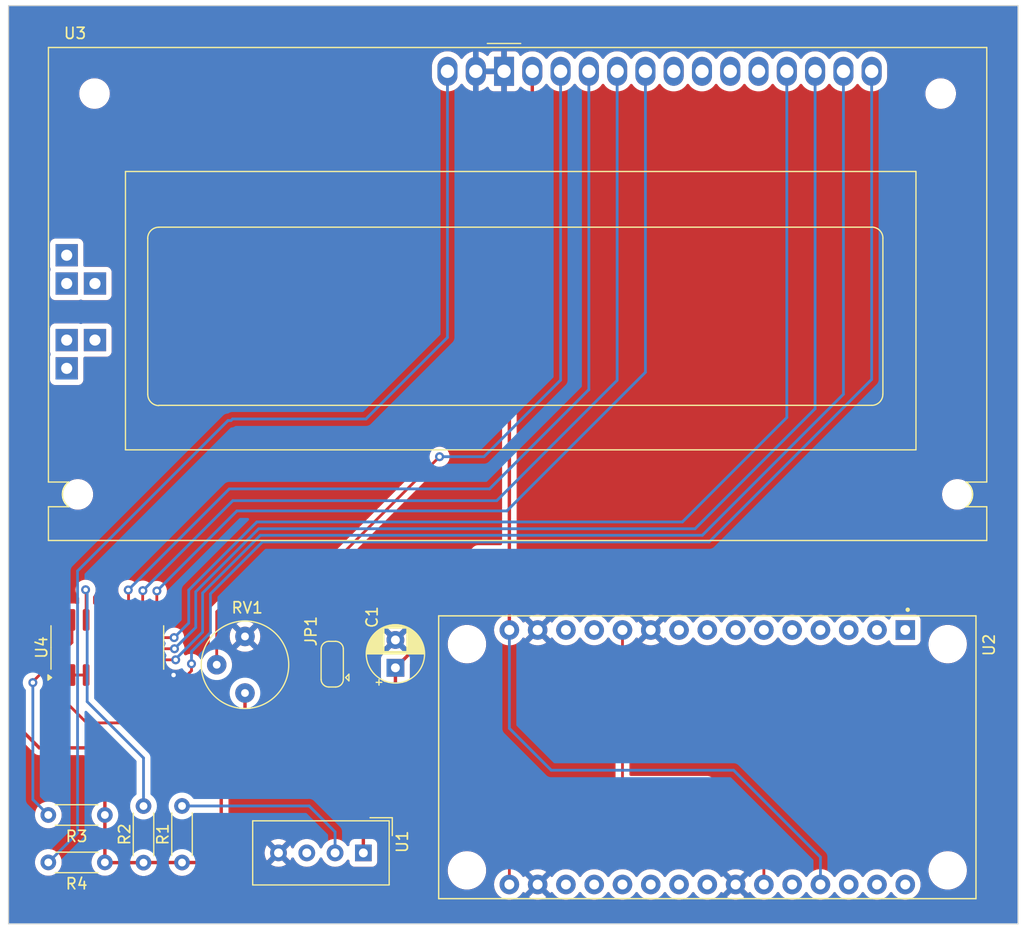
<source format=kicad_pcb>
(kicad_pcb (version 20240108) (generator "pcbnew") (generator_version "8.0")
  (layers (0 "F.Cu" signal) (31 "B.Cu" signal) (34 "B.Paste" user) (35 "F.Paste" user) (36 "B.SilkS" user "B.Silkscreen") (37 "F.SilkS" user "F.Silkscreen") (38 "B.Mask" user) (39 "F.Mask" user) (44 "Edge.Cuts" user))
  (net 0 "")
  (net 1 "Net-(U1-DATA)")
  (net 2 "+5V")
  (net 3 "GND")
  (net 13 "Net-(JP1-C)")
  (net 14 "Net-(U2-3V3-Pad11)")
  (net 27 "Net-(U4-SCL)")
  (net 28 "Net-(U4-SDA)")
  (net 29 "Net-(U3-A{slash}VEE)")
  (net 30 "Net-(U3-VO)")
  (net 32 "Net-(U3-DB6)")
  (net 33 "Net-(U3-RS)")
  (net 35 "Net-(U3-DB7)")
  (net 36 "Net-(U3-DB5)")
  (net 37 "Net-(U3-DB4)")
  (net 38 "Net-(U3-R{slash}W)")
  (net 42 "Net-(U3-E)")
  (footprint "ZC563900:MODULE_ZC563900" (layer "F.Cu") (at 165.72 123.145 -90)
    (property "Reference" "U2" (at -10.085 -25.31 90) (layer "F.SilkS"))
    (property "Value" "ZC563900")
    (fp_line (start -12.7 24.13) (end 12.7 24.13) (stroke (width 0.127)) (layer "F.SilkS"))
    (fp_line (start -12.7 24.13) (end -12.7 -24.13) (stroke (width 0.127)) (layer "F.SilkS"))
    (fp_line (start -12.7 -24.13) (end 12.7 -24.13) (stroke (width 0.127)) (layer "F.SilkS"))
    (fp_line (start 12.7 -24.13) (end 12.7 24.13) (stroke (width 0.127)) (layer "F.SilkS"))
    (fp_circle (center -13.25 -18) (end -13.15 -18) (stroke (width 0.2)) (fill none) (layer "F.SilkS"))
    (pad "" np_thru_hole circle (at -10.16 -21.59 270) (size 3.2 3.2) (drill 3.2) (layers "*.Cu" "*.Mask"))
    (pad "" np_thru_hole circle (at -10.16 21.59 270) (size 3.2 3.2) (drill 3.2) (layers "*.Cu" "*.Mask"))
    (pad "" np_thru_hole circle (at 10.16 -21.59 270) (size 3.2 3.2) (drill 3.2) (layers "*.Cu" "*.Mask"))
    (pad "" np_thru_hole circle (at 10.16 21.59 270) (size 3.2 3.2) (drill 3.2) (layers "*.Cu" "*.Mask"))
    (pad "1" thru_hole rect (at -11.43 -17.78 270) (size 1.7526 1.7526) (drill 0.889) (layers "*.Cu" "*.Mask"))
    (pad "2" thru_hole circle (at -11.43 -15.24 270) (size 1.7526 1.7526) (drill 0.889) (layers "*.Cu" "*.Mask"))
    (pad "3" thru_hole circle (at -11.43 -12.7 270) (size 1.7526 1.7526) (drill 0.889) (layers "*.Cu" "*.Mask"))
    (pad "4" thru_hole circle (at -11.43 -10.16 270) (size 1.7526 1.7526) (drill 0.889) (layers "*.Cu" "*.Mask"))
    (pad "5" thru_hole circle (at -11.43 -7.62 270) (size 1.7526 1.7526) (drill 0.889) (layers "*.Cu" "*.Mask"))
    (pad "6" thru_hole circle (at -11.43 -5.08 270) (size 1.7526 1.7526) (drill 0.889) (layers "*.Cu" "*.Mask"))
    (pad "7" thru_hole circle (at -11.43 -2.54 270) (size 1.7526 1.7526) (drill 0.889) (layers "*.Cu" "*.Mask"))
    (pad "8" thru_hole circle (at -11.43 0 270) (size 1.7526 1.7526) (drill 0.889) (layers "*.Cu" "*.Mask"))
    (pad "9" thru_hole circle (at -11.43 2.54 270) (size 1.7526 1.7526) (drill 0.889) (layers "*.Cu" "*.Mask"))
    (pad "10" thru_hole circle (at -11.43 5.08 270) (size 1.7526 1.7526) (drill 0.889) (layers "*.Cu" "*.Mask") (net 3 "GND"))
    (pad "11" thru_hole circle (at -11.43 7.62 270) (size 1.7526 1.7526) (drill 0.889) (layers "*.Cu" "*.Mask") (net 14 "Net-(U2-3V3-Pad11)"))
    (pad "12" thru_hole circle (at -11.43 10.16 270) (size 1.7526 1.7526) (drill 0.889) (layers "*.Cu" "*.Mask"))
    (pad "13" thru_hole circle (at -11.43 12.7 270) (size 1.7526 1.7526) (drill 0.889) (layers "*.Cu" "*.Mask"))
    (pad "14" thru_hole circle (at -11.43 15.24 270) (size 1.7526 1.7526) (drill 0.889) (layers "*.Cu" "*.Mask") (net 3 "GND"))
    (pad "15" thru_hole circle (at -11.43 17.78 270) (size 1.7526 1.7526) (drill 0.889) (layers "*.Cu" "*.Mask") (net 2 "+5V"))
    (pad "16" thru_hole circle (at 11.43 17.78 270) (size 1.7526 1.7526) (drill 0.889) (layers "*.Cu" "*.Mask") (net 14 "Net-(U2-3V3-Pad11)"))
    (pad "17" thru_hole circle (at 11.43 15.24 270) (size 1.7526 1.7526) (drill 0.889) (layers "*.Cu" "*.Mask") (net 3 "GND"))
    (pad "18" thru_hole circle (at 11.43 12.7 270) (size 1.7526 1.7526) (drill 0.889) (layers "*.Cu" "*.Mask"))
    (pad "19" thru_hole circle (at 11.43 10.16 270) (size 1.7526 1.7526) (drill 0.889) (layers "*.Cu" "*.Mask"))
    (pad "20" thru_hole circle (at 11.43 7.62 270) (size 1.7526 1.7526) (drill 0.889) (layers "*.Cu" "*.Mask"))
    (pad "21" thru_hole circle (at 11.43 5.08 270) (size 1.7526 1.7526) (drill 0.889) (layers "*.Cu" "*.Mask"))
    (pad "22" thru_hole circle (at 11.43 2.54 270) (size 1.7526 1.7526) (drill 0.889) (layers "*.Cu" "*.Mask"))
    (pad "23" thru_hole circle (at 11.43 0 270) (size 1.7526 1.7526) (drill 0.889) (layers "*.Cu" "*.Mask"))
    (pad "24" thru_hole circle (at 11.43 -2.54 270) (size 1.7526 1.7526) (drill 0.889) (layers "*.Cu" "*.Mask") (net 3 "GND"))
    (pad "25" thru_hole circle (at 11.43 -5.08 270) (size 1.7526 1.7526) (drill 0.889) (layers "*.Cu" "*.Mask") (net 14 "Net-(U2-3V3-Pad11)"))
    (pad "26" thru_hole circle (at 11.43 -7.62 270) (size 1.7526 1.7526) (drill 0.889) (layers "*.Cu" "*.Mask"))
    (pad "27" thru_hole circle (at 11.43 -10.16 270) (size 1.7526 1.7526) (drill 0.889) (layers "*.Cu" "*.Mask") (net 2 "+5V"))
    (pad "28" thru_hole circle (at 11.43 -12.7 270) (size 1.7526 1.7526) (drill 0.889) (layers "*.Cu" "*.Mask"))
    (pad "29" thru_hole circle (at 11.43 -15.24 270) (size 1.7526 1.7526) (drill 0.889) (layers "*.Cu" "*.Mask"))
    (pad "30" thru_hole circle (at 11.43 -17.78 270) (size 1.7526 1.7526) (drill 0.889) (layers "*.Cu" "*.Mask"))
  )
  (footprint "Capacitor_THT:CP_Radial_D5.0mm_P2.50mm" (layer "F.Cu") (at 137.705 115.11 90)
    (property "Reference" "C1" (at 4.55 -2.1 270) (layer "F.SilkS"))
    (property "Value" "100nF")
    (fp_line (start 1.29 -2.58) (end 1.29 2.58) (stroke (width 0.12)) (layer "F.SilkS"))
    (fp_line (start 1.25 -2.58) (end 1.25 2.58) (stroke (width 0.12)) (layer "F.SilkS"))
    (fp_line (start 1.33 -2.579) (end 1.33 2.579) (stroke (width 0.12)) (layer "F.SilkS"))
    (fp_line (start 1.37 -2.578) (end 1.37 2.578) (stroke (width 0.12)) (layer "F.SilkS"))
    (fp_line (start 1.41 -2.576) (end 1.41 2.576) (stroke (width 0.12)) (layer "F.SilkS"))
    (fp_line (start 1.45 -2.573) (end 1.45 2.573) (stroke (width 0.12)) (layer "F.SilkS"))
    (fp_line (start 1.49 -2.569) (end 1.49 -1.04) (stroke (width 0.12)) (layer "F.SilkS"))
    (fp_line (start 1.53 -2.565) (end 1.53 -1.04) (stroke (width 0.12)) (layer "F.SilkS"))
    (fp_line (start 1.57 -2.561) (end 1.57 -1.04) (stroke (width 0.12)) (layer "F.SilkS"))
    (fp_line (start 1.61 -2.556) (end 1.61 -1.04) (stroke (width 0.12)) (layer "F.SilkS"))
    (fp_line (start 1.65 -2.55) (end 1.65 -1.04) (stroke (width 0.12)) (layer "F.SilkS"))
    (fp_line (start 1.69 -2.543) (end 1.69 -1.04) (stroke (width 0.12)) (layer "F.SilkS"))
    (fp_line (start 1.73 -2.536) (end 1.73 -1.04) (stroke (width 0.12)) (layer "F.SilkS"))
    (fp_line (start 1.77 -2.528) (end 1.77 -1.04) (stroke (width 0.12)) (layer "F.SilkS"))
    (fp_line (start 1.81 -2.52) (end 1.81 -1.04) (stroke (width 0.12)) (layer "F.SilkS"))
    (fp_line (start 1.85 -2.511) (end 1.85 -1.04) (stroke (width 0.12)) (layer "F.SilkS"))
    (fp_line (start 1.89 -2.501) (end 1.89 -1.04) (stroke (width 0.12)) (layer "F.SilkS"))
    (fp_line (start 1.93 -2.491) (end 1.93 -1.04) (stroke (width 0.12)) (layer "F.SilkS"))
    (fp_line (start 1.971 -2.48) (end 1.971 -1.04) (stroke (width 0.12)) (layer "F.SilkS"))
    (fp_line (start 2.011 -2.468) (end 2.011 -1.04) (stroke (width 0.12)) (layer "F.SilkS"))
    (fp_line (start 2.051 -2.455) (end 2.051 -1.04) (stroke (width 0.12)) (layer "F.SilkS"))
    (fp_line (start 2.091 -2.442) (end 2.091 -1.04) (stroke (width 0.12)) (layer "F.SilkS"))
    (fp_line (start 2.131 -2.428) (end 2.131 -1.04) (stroke (width 0.12)) (layer "F.SilkS"))
    (fp_line (start 2.171 -2.414) (end 2.171 -1.04) (stroke (width 0.12)) (layer "F.SilkS"))
    (fp_line (start 2.211 -2.398) (end 2.211 -1.04) (stroke (width 0.12)) (layer "F.SilkS"))
    (fp_line (start 2.251 -2.382) (end 2.251 -1.04) (stroke (width 0.12)) (layer "F.SilkS"))
    (fp_line (start 2.291 -2.365) (end 2.291 -1.04) (stroke (width 0.12)) (layer "F.SilkS"))
    (fp_line (start 2.331 -2.348) (end 2.331 -1.04) (stroke (width 0.12)) (layer "F.SilkS"))
    (fp_line (start 2.371 -2.329) (end 2.371 -1.04) (stroke (width 0.12)) (layer "F.SilkS"))
    (fp_line (start 2.411 -2.31) (end 2.411 -1.04) (stroke (width 0.12)) (layer "F.SilkS"))
    (fp_line (start 2.451 -2.29) (end 2.451 -1.04) (stroke (width 0.12)) (layer "F.SilkS"))
    (fp_line (start 2.491 -2.268) (end 2.491 -1.04) (stroke (width 0.12)) (layer "F.SilkS"))
    (fp_line (start 2.531 -2.247) (end 2.531 -1.04) (stroke (width 0.12)) (layer "F.SilkS"))
    (fp_line (start 2.571 -2.224) (end 2.571 -1.04) (stroke (width 0.12)) (layer "F.SilkS"))
    (fp_line (start 2.611 -2.2) (end 2.611 -1.04) (stroke (width 0.12)) (layer "F.SilkS"))
    (fp_line (start 2.651 -2.175) (end 2.651 -1.04) (stroke (width 0.12)) (layer "F.SilkS"))
    (fp_line (start 2.691 -2.149) (end 2.691 -1.04) (stroke (width 0.12)) (layer "F.SilkS"))
    (fp_line (start 2.731 -2.122) (end 2.731 -1.04) (stroke (width 0.12)) (layer "F.SilkS"))
    (fp_line (start 2.771 -2.095) (end 2.771 -1.04) (stroke (width 0.12)) (layer "F.SilkS"))
    (fp_line (start 2.811 -2.065) (end 2.811 -1.04) (stroke (width 0.12)) (layer "F.SilkS"))
    (fp_line (start 2.851 -2.035) (end 2.851 -1.04) (stroke (width 0.12)) (layer "F.SilkS"))
    (fp_line (start 2.891 -2.004) (end 2.891 -1.04) (stroke (width 0.12)) (layer "F.SilkS"))
    (fp_line (start 2.931 -1.971) (end 2.931 -1.04) (stroke (width 0.12)) (layer "F.SilkS"))
    (fp_line (start 2.971 -1.937) (end 2.971 -1.04) (stroke (width 0.12)) (layer "F.SilkS"))
    (fp_line (start 3.011 -1.901) (end 3.011 -1.04) (stroke (width 0.12)) (layer "F.SilkS"))
    (fp_line (start 3.051 -1.864) (end 3.051 -1.04) (stroke (width 0.12)) (layer "F.SilkS"))
    (fp_line (start 3.091 -1.826) (end 3.091 -1.04) (stroke (width 0.12)) (layer "F.SilkS"))
    (fp_line (start 3.131 -1.785) (end 3.131 -1.04) (stroke (width 0.12)) (layer "F.SilkS"))
    (fp_line (start 3.171 -1.743) (end 3.171 -1.04) (stroke (width 0.12)) (layer "F.SilkS"))
    (fp_line (start -1.304775 -1.725) (end -1.304775 -1.225) (stroke (width 0.12)) (layer "F.SilkS"))
    (fp_line (start 3.211 -1.699) (end 3.211 -1.04) (stroke (width 0.12)) (layer "F.SilkS"))
    (fp_line (start 3.251 -1.653) (end 3.251 -1.04) (stroke (width 0.12)) (layer "F.SilkS"))
    (fp_line (start 3.291 -1.605) (end 3.291 -1.04) (stroke (width 0.12)) (layer "F.SilkS"))
    (fp_line (start 3.331 -1.554) (end 3.331 -1.04) (stroke (width 0.12)) (layer "F.SilkS"))
    (fp_line (start 3.371 -1.5) (end 3.371 -1.04) (stroke (width 0.12)) (layer "F.SilkS"))
    (fp_line (start -1.554775 -1.475) (end -1.054775 -1.475) (stroke (width 0.12)) (layer "F.SilkS"))
    (fp_line (start 3.411 -1.443) (end 3.411 -1.04) (stroke (width 0.12)) (layer "F.SilkS"))
    (fp_line (start 3.451 -1.383) (end 3.451 -1.04) (stroke (width 0.12)) (layer "F.SilkS"))
    (fp_line (start 3.491 -1.319) (end 3.491 -1.04) (stroke (width 0.12)) (layer "F.SilkS"))
    (fp_line (start 3.531 -1.251) (end 3.531 -1.04) (stroke (width 0.12)) (layer "F.SilkS"))
    (fp_line (start 3.571 -1.178) (end 3.571 1.178) (stroke (width 0.12)) (layer "F.SilkS"))
    (fp_line (start 3.611 -1.098) (end 3.611 1.098) (stroke (width 0.12)) (layer "F.SilkS"))
    (fp_line (start 3.651 -1.011) (end 3.651 1.011) (stroke (width 0.12)) (layer "F.SilkS"))
    (fp_line (start 3.691 -0.915) (end 3.691 0.915) (stroke (width 0.12)) (layer "F.SilkS"))
    (fp_line (start 3.731 -0.805) (end 3.731 0.805) (stroke (width 0.12)) (layer "F.SilkS"))
    (fp_line (start 3.771 -0.677) (end 3.771 0.677) (stroke (width 0.12)) (layer "F.SilkS"))
    (fp_line (start 3.811 -0.518) (end 3.811 0.518) (stroke (width 0.12)) (layer "F.SilkS"))
    (fp_line (start 3.851 -0.284) (end 3.851 0.284) (stroke (width 0.12)) (layer "F.SilkS"))
    (fp_line (start 3.531 1.04) (end 3.531 1.251) (stroke (width 0.12)) (layer "F.SilkS"))
    (fp_line (start 3.491 1.04) (end 3.491 1.319) (stroke (width 0.12)) (layer "F.SilkS"))
    (fp_line (start 3.451 1.04) (end 3.451 1.383) (stroke (width 0.12)) (layer "F.SilkS"))
    (fp_line (start 3.411 1.04) (end 3.411 1.443) (stroke (width 0.12)) (layer "F.SilkS"))
    (fp_line (start 3.371 1.04) (end 3.371 1.5) (stroke (width 0.12)) (layer "F.SilkS"))
    (fp_line (start 3.331 1.04) (end 3.331 1.554) (stroke (width 0.12)) (layer "F.SilkS"))
    (fp_line (start 3.291 1.04) (end 3.291 1.605) (stroke (width 0.12)) (layer "F.SilkS"))
    (fp_line (start 3.251 1.04) (end 3.251 1.653) (stroke (width 0.12)) (layer "F.SilkS"))
    (fp_line (start 3.211 1.04) (end 3.211 1.699) (stroke (width 0.12)) (layer "F.SilkS"))
    (fp_line (start 3.171 1.04) (end 3.171 1.743) (stroke (width 0.12)) (layer "F.SilkS"))
    (fp_line (start 3.131 1.04) (end 3.131 1.785) (stroke (width 0.12)) (layer "F.SilkS"))
    (fp_line (start 3.091 1.04) (end 3.091 1.826) (stroke (width 0.12)) (layer "F.SilkS"))
    (fp_line (start 3.051 1.04) (end 3.051 1.864) (stroke (width 0.12)) (layer "F.SilkS"))
    (fp_line (start 3.011 1.04) (end 3.011 1.901) (stroke (width 0.12)) (layer "F.SilkS"))
    (fp_line (start 2.971 1.04) (end 2.971 1.937) (stroke (width 0.12)) (layer "F.SilkS"))
    (fp_line (start 2.931 1.04) (end 2.931 1.971) (stroke (width 0.12)) (layer "F.SilkS"))
    (fp_line (start 2.891 1.04) (end 2.891 2.004) (stroke (width 0.12)) (layer "F.SilkS"))
    (fp_line (start 2.851 1.04) (end 2.851 2.035) (stroke (width 0.12)) (layer "F.SilkS"))
    (fp_line (start 2.811 1.04) (end 2.811 2.065) (stroke (width 0.12)) (layer "F.SilkS"))
    (fp_line (start 2.771 1.04) (end 2.771 2.095) (stroke (width 0.12)) (layer "F.SilkS"))
    (fp_line (start 2.731 1.04) (end 2.731 2.122) (stroke (width 0.12)) (layer "F.SilkS"))
    (fp_line (start 2.691 1.04) (end 2.691 2.149) (stroke (width 0.12)) (layer "F.SilkS"))
    (fp_line (start 2.651 1.04) (end 2.651 2.175) (stroke (width 0.12)) (layer "F.SilkS"))
    (fp_line (start 2.611 1.04) (end 2.611 2.2) (stroke (width 0.12)) (layer "F.SilkS"))
    (fp_line (start 2.571 1.04) (end 2.571 2.224) (stroke (width 0.12)) (layer "F.SilkS"))
    (fp_line (start 2.531 1.04) (end 2.531 2.247) (stroke (width 0.12)) (layer "F.SilkS"))
    (fp_line (start 2.491 1.04) (end 2.491 2.268) (stroke (width 0.12)) (layer "F.SilkS"))
    (fp_line (start 2.451 1.04) (end 2.451 2.29) (stroke (width 0.12)) (layer "F.SilkS"))
    (fp_line (start 2.411 1.04) (end 2.411 2.31) (stroke (width 0.12)) (layer "F.SilkS"))
    (fp_line (start 2.371 1.04) (end 2.371 2.329) (stroke (width 0.12)) (layer "F.SilkS"))
    (fp_line (start 2.331 1.04) (end 2.331 2.348) (stroke (width 0.12)) (layer "F.SilkS"))
    (fp_line (start 2.291 1.04) (end 2.291 2.365) (stroke (width 0.12)) (layer "F.SilkS"))
    (fp_line (start 2.251 1.04) (end 2.251 2.382) (stroke (width 0.12)) (layer "F.SilkS"))
    (fp_line (start 2.211 1.04) (end 2.211 2.398) (stroke (width 0.12)) (layer "F.SilkS"))
    (fp_line (start 2.171 1.04) (end 2.171 2.414) (stroke (width 0.12)) (layer "F.SilkS"))
    (fp_line (start 2.131 1.04) (end 2.131 2.428) (stroke (width 0.12)) (layer "F.SilkS"))
    (fp_line (start 2.091 1.04) (end 2.091 2.442) (stroke (width 0.12)) (layer "F.SilkS"))
    (fp_line (start 2.051 1.04) (end 2.051 2.455) (stroke (width 0.12)) (layer "F.SilkS"))
    (fp_line (start 2.011 1.04) (end 2.011 2.468) (stroke (width 0.12)) (layer "F.SilkS"))
    (fp_line (start 1.971 1.04) (end 1.971 2.48) (stroke (width 0.12)) (layer "F.SilkS"))
    (fp_line (start 1.93 1.04) (end 1.93 2.491) (stroke (width 0.12)) (layer "F.SilkS"))
    (fp_line (start 1.89 1.04) (end 1.89 2.501) (stroke (width 0.12)) (layer "F.SilkS"))
    (fp_line (start 1.85 1.04) (end 1.85 2.511) (stroke (width 0.12)) (layer "F.SilkS"))
    (fp_line (start 1.81 1.04) (end 1.81 2.52) (stroke (width 0.12)) (layer "F.SilkS"))
    (fp_line (start 1.77 1.04) (end 1.77 2.528) (stroke (width 0.12)) (layer "F.SilkS"))
    (fp_line (start 1.73 1.04) (end 1.73 2.536) (stroke (width 0.12)) (layer "F.SilkS"))
    (fp_line (start 1.69 1.04) (end 1.69 2.543) (stroke (width 0.12)) (layer "F.SilkS"))
    (fp_line (start 1.65 1.04) (end 1.65 2.55) (stroke (width 0.12)) (layer "F.SilkS"))
    (fp_line (start 1.61 1.04) (end 1.61 2.556) (stroke (width 0.12)) (layer "F.SilkS"))
    (fp_line (start 1.57 1.04) (end 1.57 2.561) (stroke (width 0.12)) (layer "F.SilkS"))
    (fp_line (start 1.53 1.04) (end 1.53 2.565) (stroke (width 0.12)) (layer "F.SilkS"))
    (fp_line (start 1.49 1.04) (end 1.49 2.569) (stroke (width 0.12)) (layer "F.SilkS"))
    (fp_circle (center 1.25 0) (end 3.87 0) (stroke (width 0.12)) (fill none) (layer "F.SilkS"))
    (pad "1" thru_hole rect (at 0 0 90) (size 1.6 1.6) (drill 0.8) (layers "*.Cu" "*.Mask") (net 2 "+5V"))
    (pad "2" thru_hole circle (at 2.5 0 90) (size 1.6 1.6) (drill 0.8) (layers "*.Cu" "*.Mask") (net 3 "GND"))
  )
  (footprint "Package_SO:SOIC-16_3.9x9.9mm_P1.27mm" (layer "F.Cu") (at 111.83 113.285 90)
    (property "Reference" "U4" (at 0 -5.9 270) (layer "F.SilkS"))
    (property "Value" "PCF8574A")
    (fp_line (start 0 -5.06) (end 1.95 -5.06) (stroke (width 0.12)) (layer "F.SilkS"))
    (fp_line (start 0 -5.06) (end -1.95 -5.06) (stroke (width 0.12)) (layer "F.SilkS"))
    (fp_line (start 0 5.06) (end 1.95 5.06) (stroke (width 0.12)) (layer "F.SilkS"))
    (fp_line (start 0 5.06) (end -1.95 5.06) (stroke (width 0.12)) (layer "F.SilkS"))
    (fp_poly (pts (xy -2.7 -5.005) (xy -2.94 -5.335) (xy -2.46 -5.335) (xy -2.7 -5.005)) (stroke (width 0.12)) (fill solid) (layer "F.SilkS"))
    (pad "1" smd roundrect (at -2.475 -4.445 90) (size 1.95 0.6) (layers "F.Cu" "F.Paste" "F.Mask") (net 13 "Net-(JP1-C)"))
    (pad "2" smd roundrect (at -2.475 -3.175 90) (size 1.95 0.6) (layers "F.Cu" "F.Paste" "F.Mask") (net 13 "Net-(JP1-C)"))
    (pad "3" smd roundrect (at -2.475 -1.905 90) (size 1.95 0.6) (layers "F.Cu" "F.Paste" "F.Mask") (net 13 "Net-(JP1-C)"))
    (pad "4" smd roundrect (at -2.475 -0.635 90) (size 1.95 0.6) (layers "F.Cu" "F.Paste" "F.Mask") (net 37 "Net-(U3-DB4)"))
    (pad "5" smd roundrect (at -2.475 0.635 90) (size 1.95 0.6) (layers "F.Cu" "F.Paste" "F.Mask") (net 36 "Net-(U3-DB5)"))
    (pad "6" smd roundrect (at -2.475 1.905 90) (size 1.95 0.6) (layers "F.Cu" "F.Paste" "F.Mask") (net 32 "Net-(U3-DB6)"))
    (pad "7" smd roundrect (at -2.475 3.175 90) (size 1.95 0.6) (layers "F.Cu" "F.Paste" "F.Mask") (net 35 "Net-(U3-DB7)"))
    (pad "8" smd roundrect (at -2.475 4.445 90) (size 1.95 0.6) (layers "F.Cu" "F.Paste" "F.Mask") (net 3 "GND"))
    (pad "9" smd roundrect (at 2.475 4.445 90) (size 1.95 0.6) (layers "F.Cu" "F.Paste" "F.Mask") (net 42 "Net-(U3-E)"))
    (pad "10" smd roundrect (at 2.475 3.175 90) (size 1.95 0.6) (layers "F.Cu" "F.Paste" "F.Mask") (net 38 "Net-(U3-R{slash}W)"))
    (pad "11" smd roundrect (at 2.475 1.905 90) (size 1.95 0.6) (layers "F.Cu" "F.Paste" "F.Mask") (net 33 "Net-(U3-RS)"))
    (pad "12" smd roundrect (at 2.475 0.635 90) (size 1.95 0.6) (layers "F.Cu" "F.Paste" "F.Mask"))
    (pad "13" smd roundrect (at 2.475 -0.635 90) (size 1.95 0.6) (layers "F.Cu" "F.Paste" "F.Mask"))
    (pad "14" smd roundrect (at 2.475 -1.905 90) (size 1.95 0.6) (layers "F.Cu" "F.Paste" "F.Mask") (net 27 "Net-(U4-SCL)"))
    (pad "15" smd roundrect (at 2.475 -3.175 90) (size 1.95 0.6) (layers "F.Cu" "F.Paste" "F.Mask") (net 28 "Net-(U4-SDA)"))
    (pad "16" smd roundrect (at 2.475 -4.445 90) (size 1.95 0.6) (layers "F.Cu" "F.Paste" "F.Mask") (net 2 "+5V"))
  )
  (footprint "Resistor_THT:R_Axial_DIN0204_L3.6mm_D1.6mm_P5.08mm_Horizontal" (layer "F.Cu") (at 111.61 132.59 180)
    (property "Reference" "R4" (at 2.54 -1.92 180) (layer "F.SilkS"))
    (property "Value" "100R")
    (fp_line (start 0.62 0.92) (end 4.46 0.92) (stroke (width 0.12)) (layer "F.SilkS"))
    (fp_line (start 0.62 -0.92) (end 4.46 -0.92) (stroke (width 0.12)) (layer "F.SilkS"))
    (pad "1" thru_hole circle (at 0 0 180) (size 1.4 1.4) (drill 0.7) (layers "*.Cu" "*.Mask") (net 2 "+5V"))
    (pad "2" thru_hole oval (at 5.08 0 180) (size 1.4 1.4) (drill 0.7) (layers "*.Cu" "*.Mask") (net 29 "Net-(U3-A{slash}VEE)"))
  )
  (footprint "Sensor:Aosong_DHT11_5.5x12.0_P2.54mm" (layer "F.Cu") (at 134.825 131.735 -90)
    (property "Reference" "U1" (at -1 -3.5 90) (layer "F.SilkS"))
    (property "Value" "DHT11")
    (fp_line (start -2.88 9.94) (end -2.88 -2.31) (stroke (width 0.12)) (layer "F.SilkS"))
    (fp_line (start 2.88 9.94) (end -2.88 9.94) (stroke (width 0.12)) (layer "F.SilkS"))
    (fp_line (start -2.87 -2.32) (end 2.87 -2.32) (stroke (width 0.12)) (layer "F.SilkS"))
    (fp_line (start 2.88 -2.32) (end 2.88 9.94) (stroke (width 0.12)) (layer "F.SilkS"))
    (fp_line (start -3.16 -2.6) (end -3.16 -0.6) (stroke (width 0.12)) (layer "F.SilkS"))
    (fp_line (start -3.16 -2.6) (end -1.55 -2.6) (stroke (width 0.12)) (layer "F.SilkS"))
    (pad "1" thru_hole rect (at 0 0 270) (size 1.5 1.5) (drill 0.8) (layers "*.Cu" "*.Mask") (net 2 "+5V"))
    (pad "2" thru_hole circle (at 0 2.54 270) (size 1.5 1.5) (drill 0.8) (layers "*.Cu" "*.Mask") (net 1 "Net-(U1-DATA)"))
    (pad "3" thru_hole circle (at 0 5.08 270) (size 1.5 1.5) (drill 0.8) (layers "*.Cu" "*.Mask"))
    (pad "4" thru_hole circle (at 0 7.62 270) (size 1.5 1.5) (drill 0.8) (layers "*.Cu" "*.Mask") (net 3 "GND"))
  )
  (footprint "Display:RC1602A" (layer "F.Cu") (at 147.46 61.535)
    (property "Reference" "U3" (at -38.53 -3.41 360) (layer "F.SilkS"))
    (property "Value" "RC1602A")
    (fp_line (start -40.92 -2.14) (end 43.36 -2.14) (stroke (width 0.12)) (layer "F.SilkS"))
    (fp_line (start -40.92 36.89) (end -40.92 -2.14) (stroke (width 0.12)) (layer "F.SilkS"))
    (fp_line (start -40.92 36.89) (end -39.1 36.89) (stroke (width 0.12)) (layer "F.SilkS"))
    (fp_line (start -40.92 39.11) (end -39.1 39.11) (stroke (width 0.12)) (layer "F.SilkS"))
    (fp_line (start -40.92 42.14) (end -40.92 39.11) (stroke (width 0.12)) (layer "F.SilkS"))
    (fp_line (start -34 9) (end 37 9) (stroke (width 0.12)) (layer "F.SilkS"))
    (fp_line (start -34 34) (end -34 9) (stroke (width 0.12)) (layer "F.SilkS"))
    (fp_line (start -32 29) (end -32 15) (stroke (width 0.12)) (layer "F.SilkS"))
    (fp_line (start -31 14) (end 33 14) (stroke (width 0.12)) (layer "F.SilkS"))
    (fp_line (start -1.5 -2.5) (end 1.5 -2.5) (stroke (width 0.12)) (layer "F.SilkS"))
    (fp_line (start 33 30) (end -31 30) (stroke (width 0.12)) (layer "F.SilkS"))
    (fp_line (start 34.03 15) (end 34.03 29) (stroke (width 0.12)) (layer "F.SilkS"))
    (fp_line (start 37 9) (end 37 34) (stroke (width 0.12)) (layer "F.SilkS"))
    (fp_line (start 37 34) (end -34 34) (stroke (width 0.12)) (layer "F.SilkS"))
    (fp_line (start 41.5 39.11) (end 43.36 39.11) (stroke (width 0.12)) (layer "F.SilkS"))
    (fp_line (start 43.36 -2.14) (end 43.36 36.89) (stroke (width 0.12)) (layer "F.SilkS"))
    (fp_line (start 43.36 36.89) (end 41.5 36.89) (stroke (width 0.12)) (layer "F.SilkS"))
    (fp_line (start 43.36 39.11) (end 43.36 42.14) (stroke (width 0.12)) (layer "F.SilkS"))
    (fp_line (start 43.36 42.14) (end -40.92 42.14) (stroke (width 0.12)) (layer "F.SilkS"))
    (fp_arc (start -39.39 38.82) (mid -39.644716 37.794939) (end -39.1 36.89) (stroke (width 0.12)) (layer "F.SilkS"))
    (fp_arc (start -39.1 39.11) (mid -39.644716 38.205061) (end -39.39 37.18) (stroke (width 0.12)) (layer "F.SilkS"))
    (fp_arc (start -32.00286 15.00246) (mid -31.710488 14.296612) (end -31.00464 14.00424) (stroke (width 0.12)) (layer "F.SilkS"))
    (fp_arc (start -30.99464 30.0237) (mid -31.702284 29.730584) (end -31.9954 29.02294) (stroke (width 0.12)) (layer "F.SilkS"))
    (fp_arc (start 33.03574 13.99424) (mid 33.741576 14.286624) (end 34.03396 14.99246) (stroke (width 0.12)) (layer "F.SilkS"))
    (fp_arc (start 34.0265 29.00294) (mid 33.733372 29.710572) (end 33.02574 30.0037) (stroke (width 0.12)) (layer "F.SilkS"))
    (fp_arc (start 41.5 36.89) (mid 42.059361 37.759584) (end 41.84 38.77) (stroke (width 0.12)) (layer "F.SilkS"))
    (fp_arc (start 41.84 37.21) (mid 42.070574 38.233345) (end 41.51 39.12) (stroke (width 0.12)) (layer "F.SilkS"))
    (pad "" np_thru_hole circle (at -38.28 38 180) (size 2.5 2.5) (drill 2.5) (layers "*.Cu" "*.Mask"))
    (pad "" np_thru_hole circle (at -36.78 2 180) (size 2.5 2.5) (drill 2.5) (layers "*.Cu" "*.Mask"))
    (pad "" np_thru_hole circle (at 39.22 2 180) (size 2.5 2.5) (drill 2.5) (layers "*.Cu" "*.Mask"))
    (pad "" np_thru_hole circle (at 40.72 38 180) (size 2.5 2.5) (drill 2.5) (layers "*.Cu" "*.Mask"))
    (pad "1" thru_hole rect (at 0 0 180) (size 1.8 2.6) (drill 1.2) (layers "*.Cu" "*.Mask") (net 3 "GND"))
    (pad "2" thru_hole oval (at 2.54 0 180) (size 1.8 2.6) (drill 1.2) (layers "*.Cu" "*.Mask") (net 2 "+5V"))
    (pad "3" thru_hole oval (at 5.08 0 180) (size 1.8 2.6) (drill 1.2) (layers "*.Cu" "*.Mask") (net 30 "Net-(U3-VO)"))
    (pad "4" thru_hole oval (at 7.62 0 180) (size 1.8 2.6) (drill 1.2) (layers "*.Cu" "*.Mask") (net 33 "Net-(U3-RS)"))
    (pad "5" thru_hole oval (at 10.16 0 180) (size 1.8 2.6) (drill 1.2) (layers "*.Cu" "*.Mask") (net 38 "Net-(U3-R{slash}W)"))
    (pad "6" thru_hole oval (at 12.7 0 180) (size 1.8 2.6) (drill 1.2) (layers "*.Cu" "*.Mask") (net 42 "Net-(U3-E)"))
    (pad "7" thru_hole oval (at 15.24 0 180) (size 1.8 2.6) (drill 1.2) (layers "*.Cu" "*.Mask"))
    (pad "8" thru_hole oval (at 17.78 0 180) (size 1.8 2.6) (drill 1.2) (layers "*.Cu" "*.Mask"))
    (pad "9" thru_hole oval (at 20.32 0 180) (size 1.8 2.6) (drill 1.2) (layers "*.Cu" "*.Mask"))
    (pad "10" thru_hole oval (at 22.86 0 180) (size 1.8 2.6) (drill 1.2) (layers "*.Cu" "*.Mask"))
    (pad "11" thru_hole oval (at 25.4 0 180) (size 1.8 2.6) (drill 1.2) (layers "*.Cu" "*.Mask") (net 37 "Net-(U3-DB4)"))
    (pad "12" thru_hole oval (at 27.94 0 180) (size 1.8 2.6) (drill 1.2) (layers "*.Cu" "*.Mask") (net 36 "Net-(U3-DB5)"))
    (pad "13" thru_hole oval (at 30.48508 0.00254 180) (size 1.8 2.6) (drill 1.2) (layers "*.Cu" "*.Mask") (net 32 "Net-(U3-DB6)"))
    (pad "14" thru_hole oval (at 33.02 0 180) (size 1.8 2.6) (drill 1.2) (layers "*.Cu" "*.Mask") (net 35 "Net-(U3-DB7)"))
    (pad "15" thru_hole oval (at -5.08 0 180) (size 1.8 2.6) (drill 1.2) (layers "*.Cu" "*.Mask") (net 29 "Net-(U3-A{slash}VEE)"))
    (pad "16" thru_hole oval (at -2.53492 0.00254 180) (size 1.8 2.6) (drill 1.2) (layers "*.Cu" "*.Mask") (net 3 "GND"))
    (pad "A1" thru_hole rect (at -39.28 24.14 180) (size 2 2) (drill 1) (layers "*.Cu" "*.Mask"))
    (pad "A1" thru_hole rect (at -39.28 26.68 180) (size 2 2) (drill 1) (layers "*.Cu" "*.Mask"))
    (pad "A1" thru_hole rect (at -36.74 24.14 180) (size 2 2) (drill 1) (layers "*.Cu" "*.Mask"))
    (pad "K1" thru_hole rect (at -39.28 16.52 180) (size 2 2) (drill 1) (layers "*.Cu" "*.Mask"))
    (pad "K1" thru_hole rect (at -39.28 19.06 180) (size 2 2) (drill 1) (layers "*.Cu" "*.Mask"))
    (pad "K1" thru_hole rect (at -36.74 19.06 180) (size 2 2) (drill 1) (layers "*.Cu" "*.Mask"))
  )
  (footprint "Resistor_THT:R_Axial_DIN0204_L3.6mm_D1.6mm_P5.08mm_Horizontal" (layer "F.Cu") (at 111.61 128.33 180)
    (property "Reference" "R3" (at 2.54 -1.92 180) (layer "F.SilkS"))
    (property "Value" "4R7")
    (fp_line (start 0.62 0.92) (end 4.46 0.92) (stroke (width 0.12)) (layer "F.SilkS"))
    (fp_line (start 0.62 -0.92) (end 4.46 -0.92) (stroke (width 0.12)) (layer "F.SilkS"))
    (pad "1" thru_hole circle (at 0 0 180) (size 1.4 1.4) (drill 0.7) (layers "*.Cu" "*.Mask") (net 2 "+5V"))
    (pad "2" thru_hole oval (at 5.08 0 180) (size 1.4 1.4) (drill 0.7) (layers "*.Cu" "*.Mask") (net 28 "Net-(U4-SDA)"))
  )
  (footprint "Resistor_THT:R_Axial_DIN0204_L3.6mm_D1.6mm_P5.08mm_Horizontal" (layer "F.Cu") (at 115.08 132.61 90)
    (property "Reference" "R2" (at 2.54 -1.7 270) (layer "F.SilkS"))
    (property "Value" "4R7")
    (fp_line (start 0.62 -0.92) (end 4.46 -0.92) (stroke (width 0.12)) (layer "F.SilkS"))
    (fp_line (start 0.62 0.92) (end 4.46 0.92) (stroke (width 0.12)) (layer "F.SilkS"))
    (pad "1" thru_hole circle (at 0 0 90) (size 1.4 1.4) (drill 0.7) (layers "*.Cu" "*.Mask") (net 2 "+5V"))
    (pad "2" thru_hole oval (at 5.08 0 90) (size 1.4 1.4) (drill 0.7) (layers "*.Cu" "*.Mask") (net 27 "Net-(U4-SCL)"))
  )
  (footprint "Resistor_THT:R_Axial_DIN0204_L3.6mm_D1.6mm_P5.08mm_Horizontal" (layer "F.Cu") (at 118.54 132.6 90)
    (property "Reference" "R1" (at 2.53 -1.72 270) (layer "F.SilkS"))
    (property "Value" "10k")
    (fp_line (start 0.62 -0.92) (end 4.46 -0.92) (stroke (width 0.12)) (layer "F.SilkS"))
    (fp_line (start 0.62 0.92) (end 4.46 0.92) (stroke (width 0.12)) (layer "F.SilkS"))
    (pad "1" thru_hole circle (at 0 0 90) (size 1.4 1.4) (drill 0.7) (layers "*.Cu" "*.Mask") (net 2 "+5V"))
    (pad "2" thru_hole oval (at 5.08 0 90) (size 1.4 1.4) (drill 0.7) (layers "*.Cu" "*.Mask") (net 1 "Net-(U1-DATA)"))
  )
  (footprint "Potentiometer_THT:Potentiometer_Bourns_3339P_Vertical_HandSoldering" (layer "F.Cu") (at 124.195 117.375)
    (property "Reference" "RV1" (at 0.195 -7.655 0) (layer "F.SilkS"))
    (property "Value" "10k")
    (fp_circle (center 0 -2.54) (end 3.93 -2.54) (stroke (width 0.12)) (fill none) (layer "F.SilkS"))
    (pad "1" thru_hole circle (at 0 0) (size 1.75 1.75) (drill 0.7) (layers "*.Cu" "*.Mask") (net 2 "+5V"))
    (pad "2" thru_hole circle (at -2.54 -2.54) (size 1.75 1.75) (drill 0.7) (layers "*.Cu" "*.Mask") (net 30 "Net-(U3-VO)"))
    (pad "3" thru_hole circle (at 0 -5.08) (size 1.75 1.75) (drill 0.7) (layers "*.Cu" "*.Mask") (net 3 "GND"))
  )
  (footprint "Jumper:SolderJumper-3_P1.3mm_Bridged2Bar12_RoundedPad1.0x1.5mm" (layer "F.Cu") (at 132.03 114.785 90)
    (property "Reference" "JP1" (at 2.965 -1.91 270) (layer "F.SilkS"))
    (property "Value" "Jumper_3")
    (fp_poly (pts (xy -0.9 -0.6) (xy -0.4 -0.6) (xy -0.4 -0.2) (xy -0.9 -0.2)) (fill solid) (layer "F.Cu"))
    (fp_poly (pts (xy -0.9 0.2) (xy -0.4 0.2) (xy -0.4 0.6) (xy -0.9 0.6)) (fill solid) (layer "F.Cu"))
    (fp_line (start -1.4 -1) (end 1.4 -1) (stroke (width 0.12)) (layer "F.SilkS"))
    (fp_line (start 2.05 -0.3) (end 2.05 0.3) (stroke (width 0.12)) (layer "F.SilkS"))
    (fp_line (start -2.05 0.3) (end -2.05 -0.3) (stroke (width 0.12)) (layer "F.SilkS"))
    (fp_line (start 1.4 1) (end -1.4 1) (stroke (width 0.12)) (layer "F.SilkS"))
    (fp_line (start -1.2 1.2) (end -0.9 1.5) (stroke (width 0.12)) (layer "F.SilkS"))
    (fp_line (start -1.2 1.2) (end -1.5 1.5) (stroke (width 0.12)) (layer "F.SilkS"))
    (fp_line (start -1.5 1.5) (end -0.9 1.5) (stroke (width 0.12)) (layer "F.SilkS"))
    (fp_arc (start 1.35 -1) (mid 1.844975 -0.794975) (end 2.05 -0.3) (stroke (width 0.12)) (layer "F.SilkS"))
    (fp_arc (start -2.05 -0.3) (mid -1.844975 -0.794975) (end -1.35 -1) (stroke (width 0.12)) (layer "F.SilkS"))
    (fp_arc (start 2.05 0.3) (mid 1.844975 0.794975) (end 1.35 1) (stroke (width 0.12)) (layer "F.SilkS"))
    (fp_arc (start -1.35 1) (mid -1.844975 0.794975) (end -2.05 0.3) (stroke (width 0.12)) (layer "F.SilkS"))
    (pad "1" smd custom (at -1.3 0 90) (size 1 0.5) (layers "F.Cu" "F.Mask") (net 2 "+5V") (options (clearance outline) (anchor rect)) (primitives (gr_circle (center 0 0.25) (end 0.5 0.25) (width 0) (fill yes)) (gr_circle (center 0 -0.25) (end 0.5 -0.25) (width 0) (fill yes)) (gr_poly (pts (xy 0.55 0.75) (xy 0 0.75) (xy 0 -0.75) (xy 0.55 -0.75)) (width 0) (fill yes))))
    (pad "2" smd rect (at 0 0 90) (size 1 1.5) (layers "F.Cu" "F.Mask") (net 13 "Net-(JP1-C)"))
    (pad "3" smd custom (at 1.3 0 90) (size 1 0.5) (layers "F.Cu" "F.Mask") (net 3 "GND") (options (clearance outline) (anchor rect)) (primitives (gr_circle (center 0 0.25) (end 0.5 0.25) (width 0) (fill yes)) (gr_circle (center 0 -0.25) (end 0.5 -0.25) (width 0) (fill yes)) (gr_poly (pts (xy 0 0.75) (xy -0.55 0.75) (xy -0.55 -0.75) (xy 0 -0.75)) (width 0) (fill yes))))
  )
  (gr_rect (start 102.955 55.635) (end 193.63 138.11) (stroke (width 0.1)) (fill none) (layer "Edge.Cuts"))
  (segment (start 129.95 127.51) (end 129.94 127.52) (width 0.25) (layer "B.Cu") (net 1))
  (segment (start 129.94 127.52) (end 118.54 127.52) (width 0.25) (layer "B.Cu") (net 1))
  (segment (start 132.285 131.735) (end 132.285 129.845) (width 0.25) (layer "B.Cu") (net 1))
  (segment (start 132.285 129.845) (end 129.95 127.51) (width 0.25) (layer "B.Cu") (net 1))
  (segment (start 132.03 123.15) (end 132.03 123.74) (width 0.3048) (layer "F.Cu") (net 2))
  (segment (start 122.06 131.22) (end 122.06 125.46) (width 0.3048) (layer "F.Cu") (net 2))
  (segment (start 105.72 122.3) (end 110.01 122.3) (width 0.3048) (layer "F.Cu") (net 2))
  (segment (start 147.94 68.01) (end 150.01 65.94) (width 0.3048) (layer "F.Cu") (net 2))
  (segment (start 111.61 132.59) (end 111.61 128.33) (width 0.3048) (layer "F.Cu") (net 2))
  (segment (start 132.03 121.98) (end 132.03 123.15) (width 0.3048) (layer "F.Cu") (net 2))
  (segment (start 132.03 121.98) (end 134.93 121.98) (width 0.3048) (layer "F.Cu") (net 2))
  (segment (start 134.93 121.98) (end 137.705 119.205) (width 0.3048) (layer "F.Cu") (net 2))
  (segment (start 134.825 126.535) (end 134.825 131.735) (width 0.3048) (layer "F.Cu") (net 2))
  (segment (start 150 65.93) (end 150 61.535) (width 0.3048) (layer "F.Cu") (net 2))
  (segment (start 122.06 125.46) (end 125.795 121.725) (width 0.3048) (layer "F.Cu") (net 2))
  (segment (start 147.88 104.75) (end 147.94 104.69) (width 0.3048) (layer "F.Cu") (net 2))
  (segment (start 132.03 123.74) (end 134.825 126.535) (width 0.3048) (layer "F.Cu") (net 2))
  (segment (start 115.08 132.61) (end 111.63 132.61) (width 0.3048) (layer "F.Cu") (net 2))
  (segment (start 118.54 132.6) (end 120.68 132.6) (width 0.3048) (layer "F.Cu") (net 2))
  (segment (start 103.82 108.97) (end 103.82 120.4) (width 0.3048) (layer "F.Cu") (net 2))
  (segment (start 111.63 132.61) (end 111.61 132.59) (width 0.3048) (layer "F.Cu") (net 2))
  (segment (start 132.03 123.15) (end 127.22 123.15) (width 0.3048) (layer "F.Cu") (net 2))
  (segment (start 141.1 111.715) (end 141.1 108.8) (width 0.3048) (layer "F.Cu") (net 2))
  (segment (start 124.195 120.005) (end 124.195 117.375) (width 0.3048) (layer "F.Cu") (net 2))
  (segment (start 147.94 111.715) (end 147.94 104.69) (width 0.3048) (layer "F.Cu") (net 2))
  (segment (start 127.22 123.15) (end 125.795 121.725) (width 0.3048) (layer "F.Cu") (net 2))
  (segment (start 103.82 120.4) (end 105.72 122.3) (width 0.3048) (layer "F.Cu") (net 2))
  (segment (start 137.705 119.205) (end 137.705 115.11) (width 0.3048) (layer "F.Cu") (net 2))
  (segment (start 120.68 132.6) (end 122.06 131.22) (width 0.3048) (layer "F.Cu") (net 2))
  (segment (start 104.64 108.15) (end 103.82 108.97) (width 0.3048) (layer "F.Cu") (net 2))
  (segment (start 145.15 104.75) (end 147.88 104.75) (width 0.3048) (layer "F.Cu") (net 2))
  (segment (start 141.1 108.8) (end 145.15 104.75) (width 0.3048) (layer "F.Cu") (net 2))
  (segment (start 137.705 115.11) (end 141.1 111.715) (width 0.3048) (layer "F.Cu") (net 2))
  (segment (start 115.09 132.6) (end 115.08 132.61) (width 0.3048) (layer "F.Cu") (net 2))
  (segment (start 106.43 108.15) (end 104.64 108.15) (width 0.3048) (layer "F.Cu") (net 2))
  (segment (start 125.795 121.725) (end 124.27 120.2) (width 0.3048) (layer "F.Cu") (net 2))
  (segment (start 118.54 132.6) (end 115.09 132.6) (width 0.3048) (layer "F.Cu") (net 2))
  (segment (start 132.03 116.085) (end 132.03 121.98) (width 0.3048) (layer "F.Cu") (net 2))
  (segment (start 110.01 122.3) (end 111.61 123.9) (width 0.3048) (layer "F.Cu") (net 2))
  (segment (start 107.385 109.105) (end 106.43 108.15) (width 0.3048) (layer "F.Cu") (net 2))
  (segment (start 107.385 110.81) (end 107.385 109.105) (width 0.3048) (layer "F.Cu") (net 2))
  (segment (start 111.61 123.9) (end 111.61 128.33) (width 0.3048) (layer "F.Cu") (net 2))
  (segment (start 147.94 104.69) (end 147.94 68.01) (width 0.3048) (layer "F.Cu") (net 2))
  (segment (start 150.01 65.94) (end 150 65.93) (width 0.3048) (layer "F.Cu") (net 2))
  (segment (start 147.94 120.55) (end 147.94 111.715) (width 0.25) (layer "B.Cu") (net 2))
  (segment (start 168.08 124.31) (end 151.7 124.31) (width 0.25) (layer "B.Cu") (net 2))
  (segment (start 175.88 132.11) (end 168.08 124.31) (width 0.25) (layer "B.Cu") (net 2))
  (segment (start 175.88 134.575) (end 175.88 132.11) (width 0.25) (layer "B.Cu") (net 2))
  (segment (start 151.7 124.31) (end 147.94 120.55) (width 0.25) (layer "B.Cu") (net 2))
  (segment (start 116.275 115.76) (end 117.78 115.76) (width 0.25) (layer "F.Cu") (net 3))
  (via (at 117.78 115.76) (size 0.8) (drill 0.4) (layers "F.Cu" "B.Cu") (net 3))
  (segment (start 132.03 114.785) (end 124.395 114.785) (width 0.25) (layer "F.Cu") (net 13))
  (segment (start 124.395 114.785) (end 119.12 120.06) (width 0.25) (layer "F.Cu") (net 13))
  (segment (start 107.385 115.76) (end 108.655 115.76) (width 0.25) (layer "F.Cu") (net 13))
  (segment (start 119.12 120.06) (end 109.98 120.06) (width 0.25) (layer "F.Cu") (net 13))
  (segment (start 108.655 115.76) (end 109.925 115.76) (width 0.25) (layer "F.Cu") (net 13))
  (segment (start 107.385 117.465) (end 107.385 115.76) (width 0.25) (layer "F.Cu") (net 13))
  (segment (start 109.98 120.06) (end 107.385 117.465) (width 0.25) (layer "F.Cu") (net 13))
  (segment (start 156.26 128.61) (end 158.1 126.77) (width 0.25) (layer "F.Cu") (net 14))
  (segment (start 147.94 134.575) (end 147.94 130.1) (width 0.25) (layer "F.Cu") (net 14))
  (segment (start 170.8 130.37) (end 166.02 125.59) (width 0.25) (layer "F.Cu") (net 14))
  (segment (start 166.02 125.59) (end 165.84 125.59) (width 0.25) (layer "F.Cu") (net 14))
  (segment (start 147.94 130.1) (end 149.43 128.61) (width 0.25) (layer "F.Cu") (net 14))
  (segment (start 158.1 126.77) (end 158.1 125.45) (width 0.25) (layer "F.Cu") (net 14))
  (segment (start 170.8 134.575) (end 170.8 130.37) (width 0.25) (layer "F.Cu") (net 14))
  (segment (start 158.1 125.45) (end 158.1 111.715) (width 0.25) (layer "F.Cu") (net 14))
  (segment (start 165.84 125.59) (end 165.7 125.45) (width 0.25) (layer "F.Cu") (net 14))
  (segment (start 165.7 125.45) (end 158.1 125.45) (width 0.25) (layer "F.Cu") (net 14))
  (segment (start 149.43 128.61) (end 156.26 128.61) (width 0.25) (layer "F.Cu") (net 14))
  (segment (start 109.925 108.145) (end 109.925 110.81) (width 0.25) (layer "F.Cu") (net 27))
  (segment (start 109.88 108.1) (end 109.925 108.145) (width 0.25) (layer "F.Cu") (net 27))
  (via (at 109.88 108.1) (size 0.8) (drill 0.4) (layers "F.Cu" "B.Cu") (net 27))
  (segment (start 110.02 118.15) (end 110.02 108.24) (width 0.25) (layer "B.Cu") (net 27))
  (segment (start 110.02 108.24) (end 109.88 108.1) (width 0.25) (layer "B.Cu") (net 27))
  (segment (start 115.08 123.21) (end 110.02 118.15) (width 0.25) (layer "B.Cu") (net 27))
  (segment (start 115.08 127.53) (end 115.08 123.21) (width 0.25) (layer "B.Cu") (net 27))
  (segment (start 105.14 116.354092) (end 108.655 112.839092) (width 0.25) (layer "F.Cu") (net 28))
  (segment (start 108.655 112.839092) (end 108.655 110.81) (width 0.25) (layer "F.Cu") (net 28))
  (segment (start 105.14 116.44) (end 105.14 116.354092) (width 0.25) (layer "F.Cu") (net 28))
  (via (at 105.14 116.44) (size 0.8) (drill 0.4) (layers "F.Cu" "B.Cu") (net 28))
  (segment (start 106.53 128.33) (end 105.14 126.94) (width 0.25) (layer "B.Cu") (net 28))
  (segment (start 105.14 126.94) (end 105.14 116.44) (width 0.25) (layer "B.Cu") (net 28))
  (segment (start 122.94 92.9) (end 123.08 92.76) (width 0.25) (layer "B.Cu") (net 29))
  (segment (start 109.155 129.965) (end 109.155 106.415) (width 0.25) (layer "B.Cu") (net 29))
  (segment (start 106.53 132.59) (end 109.155 129.965) (width 0.25) (layer "B.Cu") (net 29))
  (segment (start 123.08 92.76) (end 135.06 92.76) (width 0.25) (layer "B.Cu") (net 29))
  (segment (start 109.155 106.415) (end 122.67 92.9) (width 0.25) (layer "B.Cu") (net 29))
  (segment (start 135.06 92.76) (end 142.38 85.44) (width 0.25) (layer "B.Cu") (net 29))
  (segment (start 142.38 85.44) (end 142.38 61.535) (width 0.25) (layer "B.Cu") (net 29))
  (segment (start 122.67 92.9) (end 122.94 92.9) (width 0.25) (layer "B.Cu") (net 29))
  (segment (start 132.49 105.33) (end 141.67 96.15) (width 0.25) (layer "F.Cu") (net 30))
  (segment (start 121.655 114.835) (end 121.655 110.075) (width 0.25) (layer "F.Cu") (net 30))
  (segment (start 126.4 105.33) (end 132.49 105.33) (width 0.25) (layer "F.Cu") (net 30))
  (segment (start 121.655 110.075) (end 126.4 105.33) (width 0.25) (layer "F.Cu") (net 30))
  (via (at 141.67 96.15) (size 0.8) (drill 0.4) (layers "F.Cu" "B.Cu") (net 30))
  (segment (start 141.67 96.15) (end 145.66 96.15) (width 0.25) (layer "B.Cu") (net 30))
  (segment (start 145.66 96.15) (end 152.54 89.27) (width 0.25) (layer "B.Cu") (net 30))
  (segment (start 152.54 89.27) (end 152.54 61.535) (width 0.25) (layer "B.Cu") (net 30))
  (segment (start 113.735 115.76) (end 113.735 114.615) (width 0.25) (layer "F.Cu") (net 32))
  (segment (start 113.735 114.615) (end 113.956377 114.393623) (width 0.25) (layer "F.Cu") (net 32))
  (segment (start 113.956377 114.393623) (end 117.969998 114.393623) (width 0.25) (layer "F.Cu") (net 32))
  (via (at 117.969998 114.393623) (size 0.8) (drill 0.4) (layers "F.Cu" "B.Cu") (net 32))
  (segment (start 177.94508 90.53492) (end 165.27 103.21) (width 0.25) (layer "B.Cu") (net 32))
  (segment (start 117.892911 114.393623) (end 117.969998 114.393623) (width 0.25) (layer "B.Cu") (net 32))
  (segment (start 177.94508 61.53754) (end 177.94508 90.53492) (width 0.25) (layer "B.Cu") (net 32))
  (segment (start 120.39 111.896534) (end 117.892911 114.393623) (width 0.25) (layer "B.Cu") (net 32))
  (segment (start 125.57 103.21) (end 120.39 108.39) (width 0.25) (layer "B.Cu") (net 32))
  (segment (start 120.39 108.39) (end 120.39 111.896534) (width 0.25) (layer "B.Cu") (net 32))
  (segment (start 165.27 103.21) (end 125.57 103.21) (width 0.25) (layer "B.Cu") (net 32))
  (segment (start 113.735 110.81) (end 113.735 108.145) (width 0.25) (layer "F.Cu") (net 33))
  (segment (start 113.735 108.145) (end 113.71 108.12) (width 0.25) (layer "F.Cu") (net 33))
  (via (at 113.71 108.12) (size 0.8) (drill 0.4) (layers "F.Cu" "B.Cu") (net 33))
  (segment (start 122.79 99.04) (end 146.16 99.04) (width 0.25) (layer "B.Cu") (net 33))
  (segment (start 155.08 90.13) (end 155.08 61.535) (width 0.25) (layer "B.Cu") (net 33))
  (segment (start 146.16 99.04) (end 155.04 90.16) (width 0.25) (layer "B.Cu") (net 33))
  (segment (start 113.71 108.12) (end 122.79 99.04) (width 0.25) (layer "B.Cu") (net 33))
  (segment (start 155.05 90.16) (end 155.08 90.13) (width 0.25) (layer "B.Cu") (net 33))
  (segment (start 155.04 90.16) (end 155.05 90.16) (width 0.25) (layer "B.Cu") (net 33))
  (segment (start 115.005 115.76) (end 115.005 116.975) (width 0.25) (layer "F.Cu") (net 35))
  (segment (start 115.005 116.975) (end 116.02 117.99) (width 0.25) (layer "F.Cu") (net 35))
  (segment (start 116.78 117.99) (end 119.39 115.38) (width 0.25) (layer "F.Cu") (net 35))
  (segment (start 119.39 115.38) (end 119.39 114.75) (width 0.25) (layer "F.Cu") (net 35))
  (segment (start 116.02 117.99) (end 116.78 117.99) (width 0.25) (layer "F.Cu") (net 35))
  (via (at 119.39 114.75) (size 0.8) (drill 0.4) (layers "F.Cu" "B.Cu") (net 35))
  (segment (start 119.39 114.75) (end 119.39 113.65) (width 0.25) (layer "B.Cu") (net 35))
  (segment (start 165.89 103.8) (end 180.48 89.21) (width 0.25) (layer "B.Cu") (net 35))
  (segment (start 121.09 108.47) (end 125.76 103.8) (width 0.25) (layer "B.Cu") (net 35))
  (segment (start 119.39 113.65) (end 121.09 111.95) (width 0.25) (layer "B.Cu") (net 35))
  (segment (start 125.76 103.8) (end 165.89 103.8) (width 0.25) (layer "B.Cu") (net 35))
  (segment (start 180.48 89.21) (end 180.48 61.535) (width 0.25) (layer "B.Cu") (net 35))
  (segment (start 121.09 111.95) (end 121.09 108.47) (width 0.25) (layer "B.Cu") (net 35))
  (segment (start 112.465 115.76) (end 112.465 114.295) (width 0.25) (layer "F.Cu") (net 36))
  (segment (start 113.360501 113.399499) (end 112.465 114.295) (width 0.25) (layer "F.Cu") (net 36))
  (segment (start 117.752231 113.29) (end 117.86173 113.399499) (width 0.25) (layer "F.Cu") (net 36))
  (segment (start 117.86173 113.399499) (end 113.360501 113.399499) (width 0.25) (layer "F.Cu") (net 36))
  (via (at 117.86173 113.399499) (size 0.8) (drill 0.4) (layers "F.Cu" "B.Cu") (net 36))
  (segment (start 175.4 91.84) (end 175.4 61.535) (width 0.25) (layer "B.Cu") (net 36))
  (segment (start 117.86173 113.399499) (end 119.77 111.491229) (width 0.25) (layer "B.Cu") (net 36))
  (segment (start 119.77 111.491229) (end 119.77 108.28) (width 0.25) (layer "B.Cu") (net 36))
  (segment (start 119.77 108.28) (end 125.43 102.62) (width 0.25) (layer "B.Cu") (net 36))
  (segment (start 125.43 102.62) (end 164.62 102.62) (width 0.25) (layer "B.Cu") (net 36))
  (segment (start 164.62 102.62) (end 175.4 91.84) (width 0.25) (layer "B.Cu") (net 36))
  (segment (start 111.195 115.76) (end 111.195 113.765) (width 0.25) (layer "F.Cu") (net 37))
  (segment (start 112.7 112.4) (end 117.83 112.4) (width 0.25) (layer "F.Cu") (net 37))
  (segment (start 112.56 112.4) (end 112.7 112.4) (width 0.25) (layer "F.Cu") (net 37))
  (segment (start 111.195 113.765) (end 112.56 112.4) (width 0.25) (layer "F.Cu") (net 37))
  (via (at 117.83 112.4) (size 0.8) (drill 0.4) (layers "F.Cu" "B.Cu") (net 37))
  (segment (start 125.26 102.01) (end 163.48 102.01) (width 0.25) (layer "B.Cu") (net 37))
  (segment (start 119.14 111.09) (end 119.14 108.13) (width 0.25) (layer "B.Cu") (net 37))
  (segment (start 119.14 108.13) (end 125.26 102.01) (width 0.25) (layer "B.Cu") (net 37))
  (segment (start 163.48 102.01) (end 172.86 92.63) (width 0.25) (layer "B.Cu") (net 37))
  (segment (start 172.86 92.63) (end 172.86 61.535) (width 0.25) (layer "B.Cu") (net 37))
  (segment (start 117.83 112.4) (end 119.14 111.09) (width 0.25) (layer "B.Cu") (net 37))
  (segment (start 115.005 108.195) (end 115.02 108.18) (width 0.25) (layer "F.Cu") (net 38))
  (segment (start 115.005 110.81) (end 115.005 108.195) (width 0.25) (layer "F.Cu") (net 38))
  (via (at 115.02 108.18) (size 0.8) (drill 0.4) (layers "F.Cu" "B.Cu") (net 38))
  (segment (start 157.62 89.29) (end 157.62 61.535) (width 0.25) (layer "B.Cu") (net 38))
  (segment (start 123.1 100.1) (end 146.81 100.1) (width 0.25) (layer "B.Cu") (net 38))
  (segment (start 146.81 100.1) (end 157.62 89.29) (width 0.25) (layer "B.Cu") (net 38))
  (segment (start 115.02 108.18) (end 123.1 100.1) (width 0.25) (layer "B.Cu") (net 38))
  (segment (start 116.275 108.215) (end 116.28 108.21) (width 0.25) (layer "F.Cu") (net 42))
  (segment (start 116.275 110.81) (end 116.275 108.215) (width 0.25) (layer "F.Cu") (net 42))
  (via (at 116.28 108.21) (size 0.8) (drill 0.4) (layers "F.Cu" "B.Cu") (net 42))
  (segment (start 160.16 88.57) (end 160.16 61.535) (width 0.25) (layer "B.Cu") (net 42))
  (segment (start 147.71 101.02) (end 160.16 88.57) (width 0.25) (layer "B.Cu") (net 42))
  (segment (start 123.47 101.02) (end 147.71 101.02) (width 0.25) (layer "B.Cu") (net 42))
  (segment (start 116.28 108.21) (end 123.47 101.02) (width 0.25) (layer "B.Cu") (net 42))
  (zone (net 3) (net_name "GND") (layer "F.Cu") (connect_pads (clearance 0.5)) (min_thickness 0.25) (fill yes (thermal_gap 0.5) (thermal_bridge_width 0.5))
    (polygon (pts (xy 194.18 139.15) (xy 102.19 139.15) (xy 102.19 55.13) (xy 194.18 55.17)))
  )
  (zone (net 3) (net_name "GND") (layer "B.Cu") (priority 1) (connect_pads (clearance 0.5)) (min_thickness 0.25) (fill yes (thermal_gap 0.5) (thermal_bridge_width 0.5))
    (polygon (pts (xy 194.18 139.15) (xy 102.19 139.15) (xy 102.19 55.13) (xy 194.18 55.17)))
  )
)
</source>
